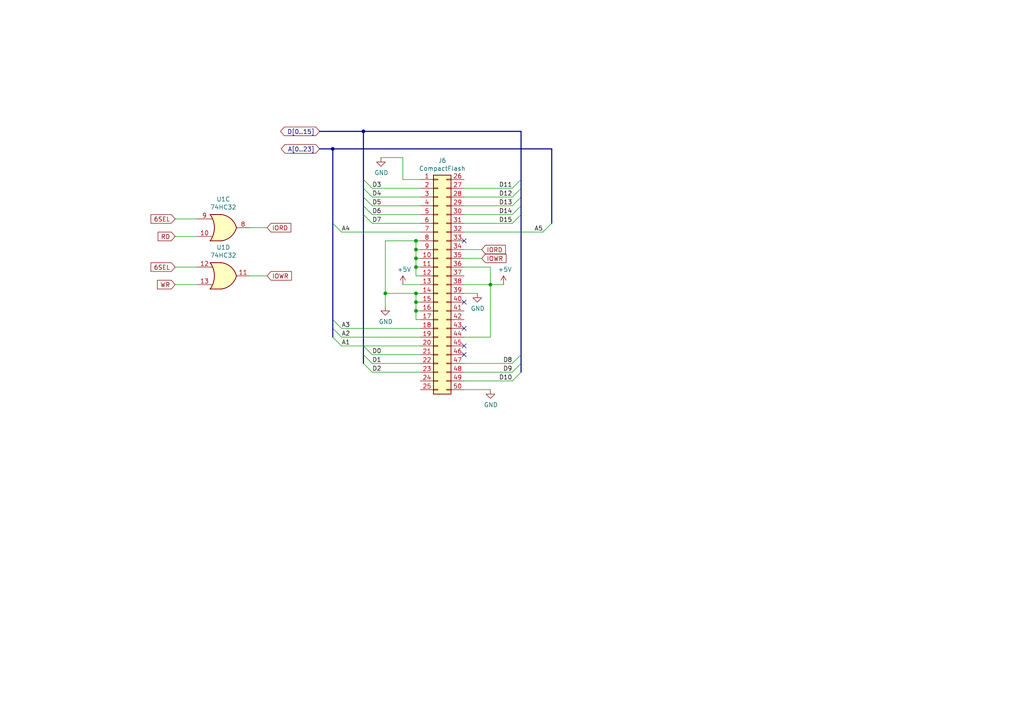
<source format=kicad_sch>
(kicad_sch (version 20211123) (generator eeschema)
  (paper "A4")
  (title_block (title "68k-SMT") (rev "1"))
  (lib_symbols
    (symbol "74xx:74LS32" (pin_names (offset 1.016))
      (property "Reference" "U" (at 0 1.27 0))
      (property "Value" "74LS32" (at 0 -1.27 0))
      (symbol "74LS32_1_1"
        (arc (start -3.81 -3.81) (mid -2.589 0) (end -3.81 3.81) (stroke (width 0.254)))
        (arc (start -0.6096 -3.81) (mid 2.1842 -2.5851) (end 3.81 0) (stroke (width 0.254)) (fill (type background)))
        (polyline (pts (xy -3.81 -3.81) (xy -0.635 -3.81)) (stroke (width 0.254)) (fill (type background)))
        (polyline (pts (xy -3.81 3.81) (xy -0.635 3.81)) (stroke (width 0.254)) (fill (type background)))
        (polyline (pts (xy -0.635 3.81) (xy -3.81 3.81) (xy -3.81 3.81) (xy -3.556 3.4036) (xy -3.0226 2.2606) (xy -2.6924 1.0414) (xy -2.6162 -0.254) (xy -2.7686 -1.4986) (xy -3.175 -2.7178) (xy -3.81 -3.81) (xy -3.81 -3.81) (xy -0.635 -3.81)) (stroke (width -25.4)) (fill (type background)))
        (arc (start 3.81 0) (mid 2.1915 2.5936) (end -0.6096 3.81) (stroke (width 0.254)) (fill (type background)))
        (pin input line (at -7.62 2.54 0) (length 4.318) (name "~") (number "1"))
        (pin input line (at -7.62 -2.54 0) (length 4.318) (name "~") (number "2"))
        (pin output line (at 7.62 0 180) (length 3.81) (name "~") (number "3"))
      )
      (symbol "74LS32_1_2"
        (arc (start 0 -3.81) (mid 3.81 0) (end 0 3.81) (stroke (width 0.254)) (fill (type background)))
        (polyline (pts (xy 0 3.81) (xy -3.81 3.81) (xy -3.81 -3.81) (xy 0 -3.81)) (stroke (width 0.254)) (fill (type background)))
        (pin input inverted (at -7.62 2.54 0) (length 3.81) (name "~") (number "1"))
        (pin input inverted (at -7.62 -2.54 0) (length 3.81) (name "~") (number "2"))
        (pin output inverted (at 7.62 0 180) (length 3.81) (name "~") (number "3"))
      )
      (symbol "74LS32_2_1"
        (arc (start -3.81 -3.81) (mid -2.589 0) (end -3.81 3.81) (stroke (width 0.254)))
        (arc (start -0.6096 -3.81) (mid 2.1842 -2.5851) (end 3.81 0) (stroke (width 0.254)) (fill (type background)))
        (polyline (pts (xy -3.81 -3.81) (xy -0.635 -3.81)) (stroke (width 0.254)) (fill (type background)))
        (polyline (pts (xy -3.81 3.81) (xy -0.635 3.81)) (stroke (width 0.254)) (fill (type background)))
        (polyline (pts (xy -0.635 3.81) (xy -3.81 3.81) (xy -3.81 3.81) (xy -3.556 3.4036) (xy -3.0226 2.2606) (xy -2.6924 1.0414) (xy -2.6162 -0.254) (xy -2.7686 -1.4986) (xy -3.175 -2.7178) (xy -3.81 -3.81) (xy -3.81 -3.81) (xy -0.635 -3.81)) (stroke (width -25.4)) (fill (type background)))
        (arc (start 3.81 0) (mid 2.1915 2.5936) (end -0.6096 3.81) (stroke (width 0.254)) (fill (type background)))
        (pin input line (at -7.62 2.54 0) (length 4.318) (name "~") (number "4"))
        (pin input line (at -7.62 -2.54 0) (length 4.318) (name "~") (number "5"))
        (pin output line (at 7.62 0 180) (length 3.81) (name "~") (number "6"))
      )
      (symbol "74LS32_2_2"
        (arc (start 0 -3.81) (mid 3.81 0) (end 0 3.81) (stroke (width 0.254)) (fill (type background)))
        (polyline (pts (xy 0 3.81) (xy -3.81 3.81) (xy -3.81 -3.81) (xy 0 -3.81)) (stroke (width 0.254)) (fill (type background)))
        (pin input inverted (at -7.62 2.54 0) (length 3.81) (name "~") (number "4"))
        (pin input inverted (at -7.62 -2.54 0) (length 3.81) (name "~") (number "5"))
        (pin output inverted (at 7.62 0 180) (length 3.81) (name "~") (number "6"))
      )
      (symbol "74LS32_3_1"
        (arc (start -3.81 -3.81) (mid -2.589 0) (end -3.81 3.81) (stroke (width 0.254)))
        (arc (start -0.6096 -3.81) (mid 2.1842 -2.5851) (end 3.81 0) (stroke (width 0.254)) (fill (type background)))
        (polyline (pts (xy -3.81 -3.81) (xy -0.635 -3.81)) (stroke (width 0.254)) (fill (type background)))
        (polyline (pts (xy -3.81 3.81) (xy -0.635 3.81)) (stroke (width 0.254)) (fill (type background)))
        (polyline (pts (xy -0.635 3.81) (xy -3.81 3.81) (xy -3.81 3.81) (xy -3.556 3.4036) (xy -3.0226 2.2606) (xy -2.6924 1.0414) (xy -2.6162 -0.254) (xy -2.7686 -1.4986) (xy -3.175 -2.7178) (xy -3.81 -3.81) (xy -3.81 -3.81) (xy -0.635 -3.81)) (stroke (width -25.4)) (fill (type background)))
        (arc (start 3.81 0) (mid 2.1915 2.5936) (end -0.6096 3.81) (stroke (width 0.254)) (fill (type background)))
        (pin input line (at -7.62 -2.54 0) (length 4.318) (name "~") (number "10"))
        (pin output line (at 7.62 0 180) (length 3.81) (name "~") (number "8"))
        (pin input line (at -7.62 2.54 0) (length 4.318) (name "~") (number "9"))
      )
      (symbol "74LS32_3_2"
        (arc (start 0 -3.81) (mid 3.81 0) (end 0 3.81) (stroke (width 0.254)) (fill (type background)))
        (polyline (pts (xy 0 3.81) (xy -3.81 3.81) (xy -3.81 -3.81) (xy 0 -3.81)) (stroke (width 0.254)) (fill (type background)))
        (pin input inverted (at -7.62 -2.54 0) (length 3.81) (name "~") (number "10"))
        (pin output inverted (at 7.62 0 180) (length 3.81) (name "~") (number "8"))
        (pin input inverted (at -7.62 2.54 0) (length 3.81) (name "~") (number "9"))
      )
      (symbol "74LS32_4_1"
        (arc (start -3.81 -3.81) (mid -2.589 0) (end -3.81 3.81) (stroke (width 0.254)))
        (arc (start -0.6096 -3.81) (mid 2.1842 -2.5851) (end 3.81 0) (stroke (width 0.254)) (fill (type background)))
        (polyline (pts (xy -3.81 -3.81) (xy -0.635 -3.81)) (stroke (width 0.254)) (fill (type background)))
        (polyline (pts (xy -3.81 3.81) (xy -0.635 3.81)) (stroke (width 0.254)) (fill (type background)))
        (polyline (pts (xy -0.635 3.81) (xy -3.81 3.81) (xy -3.81 3.81) (xy -3.556 3.4036) (xy -3.0226 2.2606) (xy -2.6924 1.0414) (xy -2.6162 -0.254) (xy -2.7686 -1.4986) (xy -3.175 -2.7178) (xy -3.81 -3.81) (xy -3.81 -3.81) (xy -0.635 -3.81)) (stroke (width -25.4)) (fill (type background)))
        (arc (start 3.81 0) (mid 2.1915 2.5936) (end -0.6096 3.81) (stroke (width 0.254)) (fill (type background)))
        (pin output line (at 7.62 0 180) (length 3.81) (name "~") (number "11"))
        (pin input line (at -7.62 2.54 0) (length 4.318) (name "~") (number "12"))
        (pin input line (at -7.62 -2.54 0) (length 4.318) (name "~") (number "13"))
      )
      (symbol "74LS32_4_2"
        (arc (start 0 -3.81) (mid 3.81 0) (end 0 3.81) (stroke (width 0.254)) (fill (type background)))
        (polyline (pts (xy 0 3.81) (xy -3.81 3.81) (xy -3.81 -3.81) (xy 0 -3.81)) (stroke (width 0.254)) (fill (type background)))
        (pin output inverted (at 7.62 0 180) (length 3.81) (name "~") (number "11"))
        (pin input inverted (at -7.62 2.54 0) (length 3.81) (name "~") (number "12"))
        (pin input inverted (at -7.62 -2.54 0) (length 3.81) (name "~") (number "13"))
      )
      (symbol "74LS32_5_0"
        (pin power_in line (at 0 12.7 270) (length 5.08) (name "VCC") (number "14"))
        (pin power_in line (at 0 -12.7 90) (length 5.08) (name "GND") (number "7"))
      )
      (symbol "74LS32_5_1"
        (rectangle (start -5.08 7.62) (end 5.08 -7.62) (stroke (width 0.254)) (fill (type background)))
      )
    )
    (symbol "Connector_Generic:Conn_02x25_Top_Bottom" (pin_names (offset 1.016) hide)
      (property "Reference" "J" (at 1.27 33.02 0))
      (property "Value" "Conn_02x25_Top_Bottom" (at 1.27 -33.02 0))
      (symbol "Conn_02x25_Top_Bottom_1_1"
        (rectangle (start -1.27 -30.353) (end 0 -30.607) (stroke (width 0.1524)))
        (rectangle (start -1.27 -27.813) (end 0 -28.067) (stroke (width 0.1524)))
        (rectangle (start -1.27 -25.273) (end 0 -25.527) (stroke (width 0.1524)))
        (rectangle (start -1.27 -22.733) (end 0 -22.987) (stroke (width 0.1524)))
        (rectangle (start -1.27 -20.193) (end 0 -20.447) (stroke (width 0.1524)))
        (rectangle (start -1.27 -17.653) (end 0 -17.907) (stroke (width 0.1524)))
        (rectangle (start -1.27 -15.113) (end 0 -15.367) (stroke (width 0.1524)))
        (rectangle (start -1.27 -12.573) (end 0 -12.827) (stroke (width 0.1524)))
        (rectangle (start -1.27 -10.033) (end 0 -10.287) (stroke (width 0.1524)))
        (rectangle (start -1.27 -7.493) (end 0 -7.747) (stroke (width 0.1524)))
        (rectangle (start -1.27 -4.953) (end 0 -5.207) (stroke (width 0.1524)))
        (rectangle (start -1.27 -2.413) (end 0 -2.667) (stroke (width 0.1524)))
        (rectangle (start -1.27 0.127) (end 0 -0.127) (stroke (width 0.1524)))
        (rectangle (start -1.27 2.667) (end 0 2.413) (stroke (width 0.1524)))
        (rectangle (start -1.27 5.207) (end 0 4.953) (stroke (width 0.1524)))
        (rectangle (start -1.27 7.747) (end 0 7.493) (stroke (width 0.1524)))
        (rectangle (start -1.27 10.287) (end 0 10.033) (stroke (width 0.1524)))
        (rectangle (start -1.27 12.827) (end 0 12.573) (stroke (width 0.1524)))
        (rectangle (start -1.27 15.367) (end 0 15.113) (stroke (width 0.1524)))
        (rectangle (start -1.27 17.907) (end 0 17.653) (stroke (width 0.1524)))
        (rectangle (start -1.27 20.447) (end 0 20.193) (stroke (width 0.1524)))
        (rectangle (start -1.27 22.987) (end 0 22.733) (stroke (width 0.1524)))
        (rectangle (start -1.27 25.527) (end 0 25.273) (stroke (width 0.1524)))
        (rectangle (start -1.27 28.067) (end 0 27.813) (stroke (width 0.1524)))
        (rectangle (start -1.27 30.607) (end 0 30.353) (stroke (width 0.1524)))
        (rectangle (start -1.27 31.75) (end 3.81 -31.75) (stroke (width 0.254)) (fill (type background)))
        (rectangle (start 3.81 -30.353) (end 2.54 -30.607) (stroke (width 0.1524)))
        (rectangle (start 3.81 -27.813) (end 2.54 -28.067) (stroke (width 0.1524)))
        (rectangle (start 3.81 -25.273) (end 2.54 -25.527) (stroke (width 0.1524)))
        (rectangle (start 3.81 -22.733) (end 2.54 -22.987) (stroke (width 0.1524)))
        (rectangle (start 3.81 -20.193) (end 2.54 -20.447) (stroke (width 0.1524)))
        (rectangle (start 3.81 -17.653) (end 2.54 -17.907) (stroke (width 0.1524)))
        (rectangle (start 3.81 -15.113) (end 2.54 -15.367) (stroke (width 0.1524)))
        (rectangle (start 3.81 -12.573) (end 2.54 -12.827) (stroke (width 0.1524)))
        (rectangle (start 3.81 -10.033) (end 2.54 -10.287) (stroke (width 0.1524)))
        (rectangle (start 3.81 -7.493) (end 2.54 -7.747) (stroke (width 0.1524)))
        (rectangle (start 3.81 -4.953) (end 2.54 -5.207) (stroke (width 0.1524)))
        (rectangle (start 3.81 -2.413) (end 2.54 -2.667) (stroke (width 0.1524)))
        (rectangle (start 3.81 0.127) (end 2.54 -0.127) (stroke (width 0.1524)))
        (rectangle (start 3.81 2.667) (end 2.54 2.413) (stroke (width 0.1524)))
        (rectangle (start 3.81 5.207) (end 2.54 4.953) (stroke (width 0.1524)))
        (rectangle (start 3.81 7.747) (end 2.54 7.493) (stroke (width 0.1524)))
        (rectangle (start 3.81 10.287) (end 2.54 10.033) (stroke (width 0.1524)))
        (rectangle (start 3.81 12.827) (end 2.54 12.573) (stroke (width 0.1524)))
        (rectangle (start 3.81 15.367) (end 2.54 15.113) (stroke (width 0.1524)))
        (rectangle (start 3.81 17.907) (end 2.54 17.653) (stroke (width 0.1524)))
        (rectangle (start 3.81 20.447) (end 2.54 20.193) (stroke (width 0.1524)))
        (rectangle (start 3.81 22.987) (end 2.54 22.733) (stroke (width 0.1524)))
        (rectangle (start 3.81 25.527) (end 2.54 25.273) (stroke (width 0.1524)))
        (rectangle (start 3.81 28.067) (end 2.54 27.813) (stroke (width 0.1524)))
        (rectangle (start 3.81 30.607) (end 2.54 30.353) (stroke (width 0.1524)))
        (pin passive line (at -5.08 30.48 0) (length 3.81) (name "Pin_1") (number "1"))
        (pin passive line (at -5.08 7.62 0) (length 3.81) (name "Pin_10") (number "10"))
        (pin passive line (at -5.08 5.08 0) (length 3.81) (name "Pin_11") (number "11"))
        (pin passive line (at -5.08 2.54 0) (length 3.81) (name "Pin_12") (number "12"))
        (pin passive line (at -5.08 0 0) (length 3.81) (name "Pin_13") (number "13"))
        (pin passive line (at -5.08 -2.54 0) (length 3.81) (name "Pin_14") (number "14"))
        (pin passive line (at -5.08 -5.08 0) (length 3.81) (name "Pin_15") (number "15"))
        (pin passive line (at -5.08 -7.62 0) (length 3.81) (name "Pin_16") (number "16"))
        (pin passive line (at -5.08 -10.16 0) (length 3.81) (name "Pin_17") (number "17"))
        (pin passive line (at -5.08 -12.7 0) (length 3.81) (name "Pin_18") (number "18"))
        (pin passive line (at -5.08 -15.24 0) (length 3.81) (name "Pin_19") (number "19"))
        (pin passive line (at -5.08 27.94 0) (length 3.81) (name "Pin_2") (number "2"))
        (pin passive line (at -5.08 -17.78 0) (length 3.81) (name "Pin_20") (number "20"))
        (pin passive line (at -5.08 -20.32 0) (length 3.81) (name "Pin_21") (number "21"))
        (pin passive line (at -5.08 -22.86 0) (length 3.81) (name "Pin_22") (number "22"))
        (pin passive line (at -5.08 -25.4 0) (length 3.81) (name "Pin_23") (number "23"))
        (pin passive line (at -5.08 -27.94 0) (length 3.81) (name "Pin_24") (number "24"))
        (pin passive line (at -5.08 -30.48 0) (length 3.81) (name "Pin_25") (number "25"))
        (pin passive line (at 7.62 30.48 180) (length 3.81) (name "Pin_26") (number "26"))
        (pin passive line (at 7.62 27.94 180) (length 3.81) (name "Pin_27") (number "27"))
        (pin passive line (at 7.62 25.4 180) (length 3.81) (name "Pin_28") (number "28"))
        (pin passive line (at 7.62 22.86 180) (length 3.81) (name "Pin_29") (number "29"))
        (pin passive line (at -5.08 25.4 0) (length 3.81) (name "Pin_3") (number "3"))
        (pin passive line (at 7.62 20.32 180) (length 3.81) (name "Pin_30") (number "30"))
        (pin passive line (at 7.62 17.78 180) (length 3.81) (name "Pin_31") (number "31"))
        (pin passive line (at 7.62 15.24 180) (length 3.81) (name "Pin_32") (number "32"))
        (pin passive line (at 7.62 12.7 180) (length 3.81) (name "Pin_33") (number "33"))
        (pin passive line (at 7.62 10.16 180) (length 3.81) (name "Pin_34") (number "34"))
        (pin passive line (at 7.62 7.62 180) (length 3.81) (name "Pin_35") (number "35"))
        (pin passive line (at 7.62 5.08 180) (length 3.81) (name "Pin_36") (number "36"))
        (pin passive line (at 7.62 2.54 180) (length 3.81) (name "Pin_37") (number "37"))
        (pin passive line (at 7.62 0 180) (length 3.81) (name "Pin_38") (number "38"))
        (pin passive line (at 7.62 -2.54 180) (length 3.81) (name "Pin_39") (number "39"))
        (pin passive line (at -5.08 22.86 0) (length 3.81) (name "Pin_4") (number "4"))
        (pin passive line (at 7.62 -5.08 180) (length 3.81) (name "Pin_40") (number "40"))
        (pin passive line (at 7.62 -7.62 180) (length 3.81) (name "Pin_41") (number "41"))
        (pin passive line (at 7.62 -10.16 180) (length 3.81) (name "Pin_42") (number "42"))
        (pin passive line (at 7.62 -12.7 180) (length 3.81) (name "Pin_43") (number "43"))
        (pin passive line (at 7.62 -15.24 180) (length 3.81) (name "Pin_44") (number "44"))
        (pin passive line (at 7.62 -17.78 180) (length 3.81) (name "Pin_45") (number "45"))
        (pin passive line (at 7.62 -20.32 180) (length 3.81) (name "Pin_46") (number "46"))
        (pin passive line (at 7.62 -22.86 180) (length 3.81) (name "Pin_47") (number "47"))
        (pin passive line (at 7.62 -25.4 180) (length 3.81) (name "Pin_48") (number "48"))
        (pin passive line (at 7.62 -27.94 180) (length 3.81) (name "Pin_49") (number "49"))
        (pin passive line (at -5.08 20.32 0) (length 3.81) (name "Pin_5") (number "5"))
        (pin passive line (at 7.62 -30.48 180) (length 3.81) (name "Pin_50") (number "50"))
        (pin passive line (at -5.08 17.78 0) (length 3.81) (name "Pin_6") (number "6"))
        (pin passive line (at -5.08 15.24 0) (length 3.81) (name "Pin_7") (number "7"))
        (pin passive line (at -5.08 12.7 0) (length 3.81) (name "Pin_8") (number "8"))
        (pin passive line (at -5.08 10.16 0) (length 3.81) (name "Pin_9") (number "9"))
      )
    )
    (symbol "power:+5V" (power) (pin_names (offset 0))
      (property "Value" "+5V" (at 0 3.556 0))
      (symbol "+5V_0_1"
        (polyline (pts (xy -0.762 1.27) (xy 0 2.54)))
        (polyline (pts (xy 0 0) (xy 0 2.54)))
        (polyline (pts (xy 0 2.54) (xy 0.762 1.27)))
      )
      (symbol "+5V_1_1"
        (pin power_in line (at 0 0 90) (length 0) hide (name "+5V") (number "1"))
      )
    )
    (symbol "power:GND" (power) (pin_names (offset 0))
      (property "Value" "GND" (at 0 -3.81 0))
      (symbol "GND_0_1"
        (polyline (pts (xy 0 0) (xy 0 -1.27) (xy 1.27 -1.27) (xy 0 -2.54) (xy -1.27 -1.27) (xy 0 -1.27)))
      )
      (symbol "GND_1_1"
        (pin power_in line (at 0 0 270) (length 0) hide (name "GND") (number "1"))
      )
    )
  )
  (junction (at 120.65 72.39))
  (junction (at 120.65 87.63))
  (junction (at 120.65 74.93))
  (junction (at 120.65 90.17))
  (junction (at 120.65 77.47))
  (junction (at 120.65 85.09))
  (junction (at 105.41 38.1))
  (junction (at 120.65 69.85))
  (junction (at 111.76 85.09))
  (junction (at 142.24 82.55))
  (junction (at 96.52 43.18))
  (no_connect (at 134.62 95.25))
  (no_connect (at 134.62 102.87))
  (no_connect (at 134.62 100.33))
  (no_connect (at 134.62 69.85))
  (no_connect (at 134.62 87.63))
  (bus_entry (at 148.59 62.23) (size 2.54 -2.54))
  (bus_entry (at 107.95 107.95) (size -2.54 -2.54))
  (bus_entry (at 99.06 100.33) (size -2.54 -2.54))
  (bus_entry (at 148.59 107.95) (size 2.54 -2.54))
  (bus_entry (at 107.95 105.41) (size -2.54 -2.54))
  (bus_entry (at 107.95 54.61) (size -2.54 -2.54))
  (bus_entry (at 99.06 97.79) (size -2.54 -2.54))
  (bus_entry (at 107.95 59.69) (size -2.54 -2.54))
  (bus_entry (at 148.59 64.77) (size 2.54 -2.54))
  (bus_entry (at 107.95 102.87) (size -2.54 -2.54))
  (bus_entry (at 148.59 54.61) (size 2.54 -2.54))
  (bus_entry (at 107.95 57.15) (size -2.54 -2.54))
  (bus_entry (at 148.59 57.15) (size 2.54 -2.54))
  (bus_entry (at 107.95 64.77) (size -2.54 -2.54))
  (bus_entry (at 148.59 110.49) (size 2.54 -2.54))
  (bus_entry (at 99.06 67.31) (size -2.54 -2.54))
  (bus_entry (at 107.95 62.23) (size -2.54 -2.54))
  (bus_entry (at 157.48 67.31) (size 2.54 -2.54))
  (bus_entry (at 99.06 95.25) (size -2.54 -2.54))
  (bus_entry (at 148.59 59.69) (size 2.54 -2.54))
  (bus_entry (at 148.59 105.41) (size 2.54 -2.54))
  (wire (pts (xy 121.92 85.09) (xy 120.65 85.09)))
  (bus (pts (xy 151.13 62.23) (xy 151.13 102.87)))
  (wire (pts (xy 142.24 77.47) (xy 134.62 77.47)))
  (bus (pts (xy 105.41 102.87) (xy 105.41 105.41)))
  (wire (pts (xy 105.41 100.33) (xy 121.92 100.33)))
  (wire (pts (xy 134.62 62.23) (xy 148.59 62.23)))
  (wire (pts (xy 120.65 77.47) (xy 120.65 74.93)))
  (bus (pts (xy 105.41 54.61) (xy 105.41 57.15)))
  (wire (pts (xy 116.84 52.07) (xy 121.92 52.07)))
  (bus (pts (xy 160.02 43.18) (xy 160.02 64.77)))
  (wire (pts (xy 99.06 100.33) (xy 105.41 100.33)))
  (bus (pts (xy 92.71 43.18) (xy 96.52 43.18)))
  (wire (pts (xy 134.62 74.93) (xy 139.7 74.93)))
  (bus (pts (xy 151.13 38.1) (xy 151.13 52.07)))
  (wire (pts (xy 116.84 45.72) (xy 116.84 52.07)))
  (wire (pts (xy 142.24 82.55) (xy 146.05 82.55)))
  (wire (pts (xy 50.8 77.47) (xy 57.15 77.47)))
  (bus (pts (xy 96.52 92.71) (xy 96.52 95.25)))
  (wire (pts (xy 134.62 59.69) (xy 148.59 59.69)))
  (wire (pts (xy 120.65 74.93) (xy 120.65 72.39)))
  (bus (pts (xy 151.13 102.87) (xy 151.13 105.41)))
  (wire (pts (xy 72.39 66.04) (xy 77.47 66.04)))
  (wire (pts (xy 134.62 82.55) (xy 142.24 82.55)))
  (wire (pts (xy 121.92 80.01) (xy 120.65 80.01)))
  (wire (pts (xy 134.62 64.77) (xy 148.59 64.77)))
  (wire (pts (xy 120.65 92.71) (xy 120.65 90.17)))
  (bus (pts (xy 96.52 43.18) (xy 160.02 43.18)))
  (wire (pts (xy 142.24 113.03) (xy 134.62 113.03)))
  (wire (pts (xy 72.39 80.01) (xy 77.47 80.01)))
  (bus (pts (xy 151.13 54.61) (xy 151.13 57.15)))
  (wire (pts (xy 121.92 62.23) (xy 107.95 62.23)))
  (wire (pts (xy 142.24 97.79) (xy 142.24 82.55)))
  (wire (pts (xy 120.65 85.09) (xy 120.65 87.63)))
  (wire (pts (xy 120.65 72.39) (xy 120.65 69.85)))
  (bus (pts (xy 105.41 38.1) (xy 151.13 38.1)))
  (wire (pts (xy 134.62 54.61) (xy 148.59 54.61)))
  (wire (pts (xy 120.65 80.01) (xy 120.65 77.47)))
  (wire (pts (xy 120.65 90.17) (xy 120.65 87.63)))
  (bus (pts (xy 96.52 43.18) (xy 96.52 64.77)))
  (wire (pts (xy 121.92 107.95) (xy 107.95 107.95)))
  (wire (pts (xy 111.76 85.09) (xy 111.76 88.9)))
  (wire (pts (xy 121.92 67.31) (xy 99.06 67.31)))
  (wire (pts (xy 121.92 54.61) (xy 107.95 54.61)))
  (wire (pts (xy 116.84 82.55) (xy 121.92 82.55)))
  (wire (pts (xy 111.76 69.85) (xy 120.65 69.85)))
  (wire (pts (xy 121.92 74.93) (xy 120.65 74.93)))
  (bus (pts (xy 96.52 64.77) (xy 96.52 92.71)))
  (wire (pts (xy 134.62 72.39) (xy 139.7 72.39)))
  (wire (pts (xy 121.92 97.79) (xy 99.06 97.79)))
  (wire (pts (xy 134.62 97.79) (xy 142.24 97.79)))
  (wire (pts (xy 157.48 67.31) (xy 134.62 67.31)))
  (bus (pts (xy 105.41 52.07) (xy 105.41 54.61)))
  (wire (pts (xy 50.8 68.58) (xy 57.15 68.58)))
  (wire (pts (xy 50.8 82.55) (xy 57.15 82.55)))
  (wire (pts (xy 120.65 85.09) (xy 111.76 85.09)))
  (bus (pts (xy 96.52 95.25) (xy 96.52 97.79)))
  (bus (pts (xy 105.41 38.1) (xy 92.71 38.1)))
  (bus (pts (xy 151.13 105.41) (xy 151.13 107.95)))
  (bus (pts (xy 151.13 52.07) (xy 151.13 54.61)))
  (wire (pts (xy 121.92 105.41) (xy 107.95 105.41)))
  (wire (pts (xy 121.92 95.25) (xy 99.06 95.25)))
  (wire (pts (xy 134.62 85.09) (xy 138.43 85.09)))
  (bus (pts (xy 151.13 59.69) (xy 151.13 62.23)))
  (wire (pts (xy 134.62 105.41) (xy 148.59 105.41)))
  (wire (pts (xy 121.92 59.69) (xy 107.95 59.69)))
  (wire (pts (xy 50.8 63.5) (xy 57.15 63.5)))
  (wire (pts (xy 110.49 45.72) (xy 116.84 45.72)))
  (wire (pts (xy 121.92 57.15) (xy 107.95 57.15)))
  (bus (pts (xy 151.13 57.15) (xy 151.13 59.69)))
  (wire (pts (xy 134.62 107.95) (xy 148.59 107.95)))
  (wire (pts (xy 121.92 92.71) (xy 120.65 92.71)))
  (bus (pts (xy 105.41 100.33) (xy 105.41 102.87)))
  (wire (pts (xy 121.92 64.77) (xy 107.95 64.77)))
  (wire (pts (xy 121.92 77.47) (xy 120.65 77.47)))
  (wire (pts (xy 120.65 69.85) (xy 121.92 69.85)))
  (wire (pts (xy 120.65 87.63) (xy 121.92 87.63)))
  (wire (pts (xy 121.92 102.87) (xy 107.95 102.87)))
  (bus (pts (xy 105.41 57.15) (xy 105.41 59.69)))
  (wire (pts (xy 111.76 69.85) (xy 111.76 85.09)))
  (wire (pts (xy 142.24 82.55) (xy 142.24 77.47)))
  (wire (pts (xy 134.62 57.15) (xy 148.59 57.15)))
  (wire (pts (xy 120.65 72.39) (xy 121.92 72.39)))
  (wire (pts (xy 134.62 110.49) (xy 148.59 110.49)))
  (bus (pts (xy 105.41 38.1) (xy 105.41 52.07)))
  (wire (pts (xy 121.92 90.17) (xy 120.65 90.17)))
  (bus (pts (xy 105.41 62.23) (xy 105.41 100.33)))
  (bus (pts (xy 105.41 59.69) (xy 105.41 62.23)))
  (label "D6" (at 107.95 62.23 0))
  (label "D3" (at 107.95 54.61 0))
  (label "A5" (at 157.48 67.31 180))
  (label "D10" (at 148.59 110.49 180))
  (label "D1" (at 107.95 105.41 0))
  (label "D13" (at 148.59 59.69 180))
  (label "D4" (at 107.95 57.15 0))
  (label "A2" (at 99.06 97.79 0))
  (label "D8" (at 148.59 105.41 180))
  (label "A1" (at 99.06 100.33 0))
  (label "D5" (at 107.95 59.69 0))
  (label "D0" (at 107.95 102.87 0))
  (label "D15" (at 148.59 64.77 180))
  (label "D11" (at 148.59 54.61 180))
  (label "D7" (at 107.95 64.77 0))
  (label "D14" (at 148.59 62.23 180))
  (label "D12" (at 148.59 57.15 180))
  (label "A4" (at 99.06 67.31 0))
  (label "D2" (at 107.95 107.95 0))
  (label "D9" (at 148.59 107.95 180))
  (label "A3" (at 99.06 95.25 0))
  (global_label "D[0..15]" (shape tri_state) (at 92.71 38.1 180) (property "Intersheet References" "${INTERSHEET_REFS}" (effects hide)))
  (global_label "IORD" (shape input) (at 139.7 72.39 0) (property "Intersheet References" "${INTERSHEET_REFS}" (effects hide)))
  (global_label "WR" (shape input) (at 50.8 82.55 180) (property "Intersheet References" "${INTERSHEET_REFS}" (effects hide)))
  (global_label "A[0..23]" (shape tri_state) (at 92.71 43.18 180) (property "Intersheet References" "${INTERSHEET_REFS}" (effects hide)))
  (global_label "RD" (shape input) (at 50.8 68.58 180) (property "Intersheet References" "${INTERSHEET_REFS}" (effects hide)))
  (global_label "IOWR" (shape input) (at 77.47 80.01 0) (property "Intersheet References" "${INTERSHEET_REFS}" (effects hide)))
  (global_label "6SEL" (shape input) (at 50.8 77.47 180) (property "Intersheet References" "${INTERSHEET_REFS}" (effects hide)))
  (global_label "6SEL" (shape input) (at 50.8 63.5 180) (property "Intersheet References" "${INTERSHEET_REFS}" (effects hide)))
  (global_label "IORD" (shape input) (at 77.47 66.04 0) (property "Intersheet References" "${INTERSHEET_REFS}" (effects hide)))
  (global_label "IOWR" (shape input) (at 139.7 74.93 0) (property "Intersheet References" "${INTERSHEET_REFS}" (effects hide)))
  (symbol (lib_id "power:GND") (at 111.76 88.9 0) (unit 1)
    (property "Reference" "#PWR0102" (effects hide))
    (property "Value" "GND" (at 111.887 93.2942 0))
  )
  (symbol (lib_id "power:+5V") (at 146.05 82.55 0) (unit 1)
    (property "Reference" "#PWR046" (effects hide))
    (property "Value" "+5V" (at 146.431 78.1558 0))
  )
  (symbol (lib_id "power:GND") (at 110.49 45.72 0) (unit 1)
    (property "Reference" "#PWR02" (effects hide))
    (property "Value" "GND" (at 110.617 50.1142 0))
  )
  (symbol (lib_id "power:GND") (at 138.43 85.09 0) (unit 1)
    (property "Reference" "#PWR047" (effects hide))
    (property "Value" "GND" (at 138.557 89.4842 0))
  )
  (symbol (lib_id "Connector_Generic:Conn_02x25_Top_Bottom") (at 127 82.55 0) (unit 1)
    (property "Reference" "J6" (at 128.27 46.5582 0))
    (property "Value" "CompactFlash" (at 128.27 48.8696 0))
    (property "Footprint" "Computie_Connectors:CF-Card_3M_N7E50-Q516RB-40" (effects hide))
  )
  (symbol (lib_id "power:GND") (at 142.24 113.03 0) (unit 1)
    (property "Reference" "#PWR048" (effects hide))
    (property "Value" "GND" (at 142.367 117.4242 0))
  )
  (symbol (lib_id "power:+5V") (at 116.84 82.55 0) (unit 1)
    (property "Reference" "#PWR0101" (effects hide))
    (property "Value" "+5V" (at 117.221 78.1558 0))
  )
  (symbol (lib_id "74xx:74LS32") (at 64.77 66.04 0) (unit 3)
    (property "Reference" "U1" (at 64.77 57.785 0))
    (property "Value" "74HC32" (at 64.77 60.0964 0))
    (property "Footprint" "Package_SO:TSSOP-14_4.4x5mm_P0.65mm" (effects hide))
    (property "Datasheet" "http://www.ti.com/lit/gpn/sn74LS32" (effects hide))
  )
  (symbol (lib_id "74xx:74LS32") (at 64.77 80.01 0) (unit 4)
    (property "Reference" "U1" (at 64.77 71.755 0))
    (property "Value" "74HC32" (at 64.77 74.0664 0))
    (property "Footprint" "Package_SO:TSSOP-14_4.4x5mm_P0.65mm" (effects hide))
    (property "Datasheet" "http://www.ti.com/lit/gpn/sn74LS32" (effects hide))
  )
)
</source>
